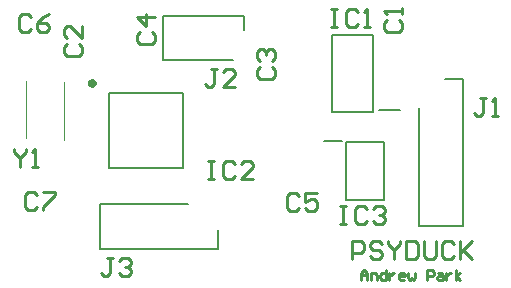
<source format=gto>
G04*
G04 #@! TF.GenerationSoftware,Altium Limited,Altium Designer,20.2.3 (150)*
G04*
G04 Layer_Color=65535*
%FSLAX24Y24*%
%MOIN*%
G70*
G04*
G04 #@! TF.SameCoordinates,73A1D647-E0F8-48CE-BBA5-D16C20393ACE*
G04*
G04*
G04 #@! TF.FilePolarity,Positive*
G04*
G01*
G75*
%ADD10C,0.0157*%
%ADD11C,0.0079*%
%ADD12C,0.0039*%
%ADD13C,0.0100*%
D10*
X13257Y22803D02*
X13203Y22878D01*
X13115Y22849D01*
Y22757D01*
X13203Y22728D01*
X13257Y22803D01*
D11*
X13443Y18775D02*
X16395D01*
X13443Y17279D02*
Y18775D01*
Y17279D02*
X17380D01*
Y17909D01*
X15541Y23582D02*
X17895D01*
X15541D02*
Y25038D01*
X18250D01*
Y24560D02*
Y25038D01*
X22759Y21894D02*
X23448D01*
X22552Y21845D02*
Y24404D01*
X21174D02*
X22552D01*
X21174Y21845D02*
Y24404D01*
Y21845D02*
X22552D01*
X21668Y20826D02*
X22928D01*
Y18897D02*
Y20826D01*
X21668Y18897D02*
X22928D01*
X21668D02*
Y20826D01*
X20920Y20887D02*
X21530D01*
X13739Y22469D02*
X16220D01*
Y19988D02*
Y22469D01*
X13739Y19988D02*
X16220D01*
X13739D02*
Y22469D01*
X24939Y22945D02*
X25568D01*
Y18024D02*
Y22945D01*
X24072Y18024D02*
X25568D01*
X24072D02*
Y21961D01*
D12*
X12241Y20920D02*
Y22849D01*
X10981Y20959D02*
Y22888D01*
D13*
X22158Y16251D02*
Y16461D01*
X22263Y16566D01*
X22368Y16461D01*
Y16251D01*
Y16409D01*
X22158D01*
X22473Y16251D02*
Y16461D01*
X22631D01*
X22683Y16409D01*
Y16251D01*
X22998Y16566D02*
Y16251D01*
X22840D01*
X22788Y16304D01*
Y16409D01*
X22840Y16461D01*
X22998D01*
X23103D02*
Y16251D01*
Y16356D01*
X23155Y16409D01*
X23208Y16461D01*
X23260D01*
X23575Y16251D02*
X23470D01*
X23418Y16304D01*
Y16409D01*
X23470Y16461D01*
X23575D01*
X23628Y16409D01*
Y16356D01*
X23418D01*
X23733Y16461D02*
Y16304D01*
X23785Y16251D01*
X23838Y16304D01*
X23890Y16251D01*
X23942Y16304D01*
Y16461D01*
X24362Y16251D02*
Y16566D01*
X24520D01*
X24572Y16514D01*
Y16409D01*
X24520Y16356D01*
X24362D01*
X24730Y16461D02*
X24835D01*
X24887Y16409D01*
Y16251D01*
X24730D01*
X24677Y16304D01*
X24730Y16356D01*
X24887D01*
X24992Y16461D02*
Y16251D01*
Y16356D01*
X25044Y16409D01*
X25097Y16461D01*
X25149D01*
X25307Y16251D02*
Y16566D01*
Y16356D02*
X25464Y16461D01*
X25307Y16356D02*
X25464Y16251D01*
X21865Y16935D02*
Y17534D01*
X22165D01*
X22265Y17434D01*
Y17235D01*
X22165Y17135D01*
X21865D01*
X22865Y17434D02*
X22765Y17534D01*
X22565D01*
X22465Y17434D01*
Y17335D01*
X22565Y17235D01*
X22765D01*
X22865Y17135D01*
Y17035D01*
X22765Y16935D01*
X22565D01*
X22465Y17035D01*
X23065Y17534D02*
Y17434D01*
X23265Y17235D01*
X23465Y17434D01*
Y17534D01*
X23265Y17235D02*
Y16935D01*
X23665Y17534D02*
Y16935D01*
X23965D01*
X24065Y17035D01*
Y17434D01*
X23965Y17534D01*
X23665D01*
X24265D02*
Y17035D01*
X24365Y16935D01*
X24564D01*
X24664Y17035D01*
Y17534D01*
X25264Y17434D02*
X25164Y17534D01*
X24964D01*
X24864Y17434D01*
Y17035D01*
X24964Y16935D01*
X25164D01*
X25264Y17035D01*
X25464Y17534D02*
Y16935D01*
Y17135D01*
X25864Y17534D01*
X25564Y17235D01*
X25864Y16935D01*
X13903Y16988D02*
X13703D01*
X13803D01*
Y16488D01*
X13703Y16388D01*
X13603D01*
X13503Y16488D01*
X14103Y16888D02*
X14203Y16988D01*
X14403D01*
X14503Y16888D01*
Y16788D01*
X14403Y16688D01*
X14303D01*
X14403D01*
X14503Y16588D01*
Y16488D01*
X14403Y16388D01*
X14203D01*
X14103Y16488D01*
X10577Y20601D02*
Y20501D01*
X10776Y20301D01*
X10976Y20501D01*
Y20601D01*
X10776Y20301D02*
Y20001D01*
X11176D02*
X11376D01*
X11276D01*
Y20601D01*
X11176Y20501D01*
X17369Y23286D02*
X17169D01*
X17269D01*
Y22786D01*
X17169Y22686D01*
X17069D01*
X16969Y22786D01*
X17969Y22686D02*
X17569D01*
X17969Y23086D01*
Y23186D01*
X17869Y23286D01*
X17669D01*
X17569Y23186D01*
X26306Y22309D02*
X26106D01*
X26206D01*
Y21810D01*
X26106Y21710D01*
X26006D01*
X25906Y21810D01*
X26505Y21710D02*
X26705D01*
X26605D01*
Y22309D01*
X26505Y22209D01*
X21455Y18697D02*
X21655D01*
X21555D01*
Y18097D01*
X21455D01*
X21655D01*
X22355Y18597D02*
X22255Y18697D01*
X22055D01*
X21955Y18597D01*
Y18197D01*
X22055Y18097D01*
X22255D01*
X22355Y18197D01*
X22555Y18597D02*
X22655Y18697D01*
X22855D01*
X22954Y18597D01*
Y18497D01*
X22855Y18397D01*
X22755D01*
X22855D01*
X22954Y18297D01*
Y18197D01*
X22855Y18097D01*
X22655D01*
X22555Y18197D01*
X17061Y20210D02*
X17261D01*
X17161D01*
Y19610D01*
X17061D01*
X17261D01*
X17961Y20110D02*
X17861Y20210D01*
X17661D01*
X17561Y20110D01*
Y19710D01*
X17661Y19610D01*
X17861D01*
X17961Y19710D01*
X18561Y19610D02*
X18161D01*
X18561Y20010D01*
Y20110D01*
X18461Y20210D01*
X18261D01*
X18161Y20110D01*
X21164Y25287D02*
X21364D01*
X21264D01*
Y24688D01*
X21164D01*
X21364D01*
X22064Y25187D02*
X21964Y25287D01*
X21764D01*
X21664Y25187D01*
Y24787D01*
X21764Y24688D01*
X21964D01*
X22064Y24787D01*
X22264Y24688D02*
X22464D01*
X22364D01*
Y25287D01*
X22264Y25187D01*
X11365Y19085D02*
X11265Y19185D01*
X11065D01*
X10965Y19085D01*
Y18685D01*
X11065Y18585D01*
X11265D01*
X11365Y18685D01*
X11565Y19185D02*
X11964D01*
Y19085D01*
X11565Y18685D01*
Y18585D01*
X11169Y24992D02*
X11069Y25092D01*
X10869D01*
X10769Y24992D01*
Y24592D01*
X10869Y24492D01*
X11069D01*
X11169Y24592D01*
X11769Y25092D02*
X11569Y24992D01*
X11369Y24792D01*
Y24592D01*
X11469Y24492D01*
X11669D01*
X11769Y24592D01*
Y24692D01*
X11669Y24792D01*
X11369D01*
X20103Y19036D02*
X20003Y19136D01*
X19803D01*
X19703Y19036D01*
Y18636D01*
X19803Y18536D01*
X20003D01*
X20103Y18636D01*
X20703Y19136D02*
X20303D01*
Y18836D01*
X20503Y18936D01*
X20603D01*
X20703Y18836D01*
Y18636D01*
X20603Y18536D01*
X20403D01*
X20303Y18636D01*
X14780Y24497D02*
X14680Y24397D01*
Y24197D01*
X14780Y24097D01*
X15179D01*
X15279Y24197D01*
Y24397D01*
X15179Y24497D01*
X15279Y24997D02*
X14680D01*
X14980Y24697D01*
Y25097D01*
X18783Y23325D02*
X18683Y23225D01*
Y23025D01*
X18783Y22925D01*
X19183D01*
X19283Y23025D01*
Y23225D01*
X19183Y23325D01*
X18783Y23525D02*
X18683Y23625D01*
Y23825D01*
X18783Y23925D01*
X18883D01*
X18983Y23825D01*
Y23725D01*
Y23825D01*
X19083Y23925D01*
X19183D01*
X19283Y23825D01*
Y23625D01*
X19183Y23525D01*
X12339Y24106D02*
X12239Y24006D01*
Y23806D01*
X12339Y23706D01*
X12739D01*
X12838Y23806D01*
Y24006D01*
X12739Y24106D01*
X12838Y24706D02*
Y24306D01*
X12439Y24706D01*
X12339D01*
X12239Y24606D01*
Y24406D01*
X12339Y24306D01*
X23030Y24890D02*
X22930Y24790D01*
Y24590D01*
X23030Y24490D01*
X23430D01*
X23530Y24590D01*
Y24790D01*
X23430Y24890D01*
X23530Y25090D02*
Y25290D01*
Y25190D01*
X22930D01*
X23030Y25090D01*
M02*

</source>
